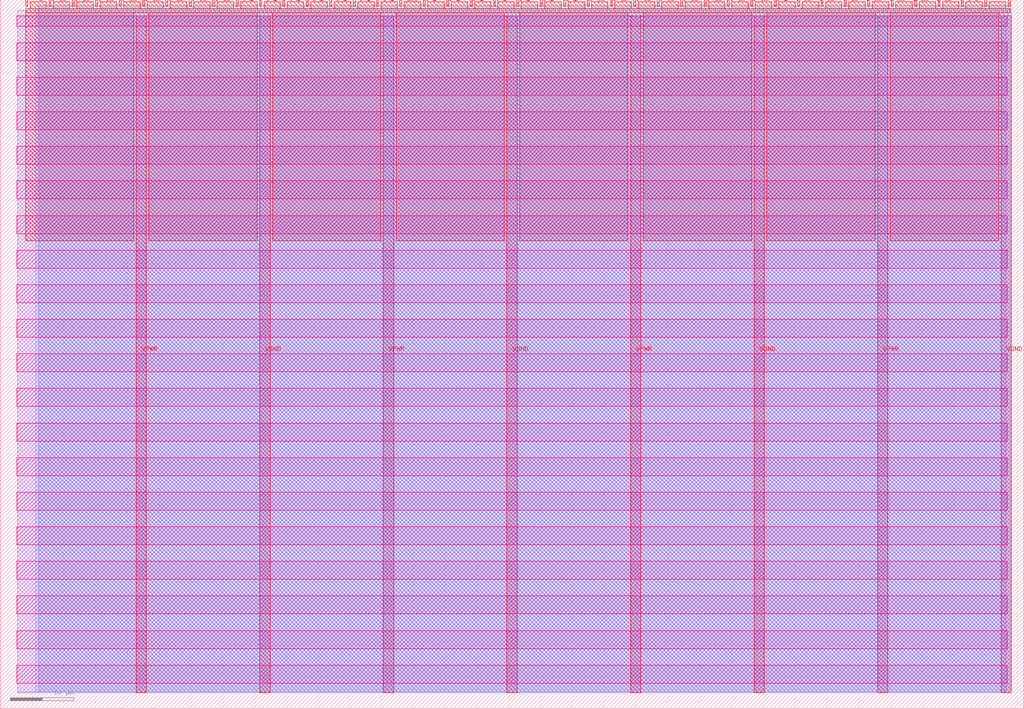
<source format=lef>
VERSION 5.7 ;
  NOWIREEXTENSIONATPIN ON ;
  DIVIDERCHAR "/" ;
  BUSBITCHARS "[]" ;
MACRO tt_um_loco_choco
  CLASS BLOCK ;
  FOREIGN tt_um_loco_choco ;
  ORIGIN 0.000 0.000 ;
  SIZE 161.000 BY 111.520 ;
  PIN VGND
    DIRECTION INOUT ;
    USE GROUND ;
    PORT
      LAYER met4 ;
        RECT 40.830 2.480 42.430 109.040 ;
    END
    PORT
      LAYER met4 ;
        RECT 79.700 2.480 81.300 109.040 ;
    END
    PORT
      LAYER met4 ;
        RECT 118.570 2.480 120.170 109.040 ;
    END
    PORT
      LAYER met4 ;
        RECT 157.440 2.480 159.040 109.040 ;
    END
  END VGND
  PIN VPWR
    DIRECTION INOUT ;
    USE POWER ;
    PORT
      LAYER met4 ;
        RECT 21.395 2.480 22.995 109.040 ;
    END
    PORT
      LAYER met4 ;
        RECT 60.265 2.480 61.865 109.040 ;
    END
    PORT
      LAYER met4 ;
        RECT 99.135 2.480 100.735 109.040 ;
    END
    PORT
      LAYER met4 ;
        RECT 138.005 2.480 139.605 109.040 ;
    END
  END VPWR
  PIN clk
    DIRECTION INPUT ;
    USE SIGNAL ;
    ANTENNAGATEAREA 0.852000 ;
    PORT
      LAYER met4 ;
        RECT 154.870 110.520 155.170 111.520 ;
    END
  END clk
  PIN ena
    DIRECTION INPUT ;
    USE SIGNAL ;
    ANTENNAGATEAREA 0.196500 ;
    PORT
      LAYER met4 ;
        RECT 158.550 110.520 158.850 111.520 ;
    END
  END ena
  PIN rst_n
    DIRECTION INPUT ;
    USE SIGNAL ;
    ANTENNAGATEAREA 0.213000 ;
    PORT
      LAYER met4 ;
        RECT 151.190 110.520 151.490 111.520 ;
    END
  END rst_n
  PIN ui_in[0]
    DIRECTION INPUT ;
    USE SIGNAL ;
    PORT
      LAYER met4 ;
        RECT 147.510 110.520 147.810 111.520 ;
    END
  END ui_in[0]
  PIN ui_in[1]
    DIRECTION INPUT ;
    USE SIGNAL ;
    PORT
      LAYER met4 ;
        RECT 143.830 110.520 144.130 111.520 ;
    END
  END ui_in[1]
  PIN ui_in[2]
    DIRECTION INPUT ;
    USE SIGNAL ;
    PORT
      LAYER met4 ;
        RECT 140.150 110.520 140.450 111.520 ;
    END
  END ui_in[2]
  PIN ui_in[3]
    DIRECTION INPUT ;
    USE SIGNAL ;
    PORT
      LAYER met4 ;
        RECT 136.470 110.520 136.770 111.520 ;
    END
  END ui_in[3]
  PIN ui_in[4]
    DIRECTION INPUT ;
    USE SIGNAL ;
    PORT
      LAYER met4 ;
        RECT 132.790 110.520 133.090 111.520 ;
    END
  END ui_in[4]
  PIN ui_in[5]
    DIRECTION INPUT ;
    USE SIGNAL ;
    PORT
      LAYER met4 ;
        RECT 129.110 110.520 129.410 111.520 ;
    END
  END ui_in[5]
  PIN ui_in[6]
    DIRECTION INPUT ;
    USE SIGNAL ;
    PORT
      LAYER met4 ;
        RECT 125.430 110.520 125.730 111.520 ;
    END
  END ui_in[6]
  PIN ui_in[7]
    DIRECTION INPUT ;
    USE SIGNAL ;
    PORT
      LAYER met4 ;
        RECT 121.750 110.520 122.050 111.520 ;
    END
  END ui_in[7]
  PIN uio_in[0]
    DIRECTION INPUT ;
    USE SIGNAL ;
    ANTENNAGATEAREA 0.196500 ;
    PORT
      LAYER met4 ;
        RECT 118.070 110.520 118.370 111.520 ;
    END
  END uio_in[0]
  PIN uio_in[1]
    DIRECTION INPUT ;
    USE SIGNAL ;
    ANTENNAGATEAREA 0.196500 ;
    PORT
      LAYER met4 ;
        RECT 114.390 110.520 114.690 111.520 ;
    END
  END uio_in[1]
  PIN uio_in[2]
    DIRECTION INPUT ;
    USE SIGNAL ;
    ANTENNAGATEAREA 0.196500 ;
    PORT
      LAYER met4 ;
        RECT 110.710 110.520 111.010 111.520 ;
    END
  END uio_in[2]
  PIN uio_in[3]
    DIRECTION INPUT ;
    USE SIGNAL ;
    ANTENNAGATEAREA 0.196500 ;
    PORT
      LAYER met4 ;
        RECT 107.030 110.520 107.330 111.520 ;
    END
  END uio_in[3]
  PIN uio_in[4]
    DIRECTION INPUT ;
    USE SIGNAL ;
    ANTENNAGATEAREA 0.196500 ;
    PORT
      LAYER met4 ;
        RECT 103.350 110.520 103.650 111.520 ;
    END
  END uio_in[4]
  PIN uio_in[5]
    DIRECTION INPUT ;
    USE SIGNAL ;
    ANTENNAGATEAREA 0.196500 ;
    PORT
      LAYER met4 ;
        RECT 99.670 110.520 99.970 111.520 ;
    END
  END uio_in[5]
  PIN uio_in[6]
    DIRECTION INPUT ;
    USE SIGNAL ;
    ANTENNAGATEAREA 0.196500 ;
    PORT
      LAYER met4 ;
        RECT 95.990 110.520 96.290 111.520 ;
    END
  END uio_in[6]
  PIN uio_in[7]
    DIRECTION INPUT ;
    USE SIGNAL ;
    ANTENNAGATEAREA 0.196500 ;
    PORT
      LAYER met4 ;
        RECT 92.310 110.520 92.610 111.520 ;
    END
  END uio_in[7]
  PIN uio_oe[0]
    DIRECTION OUTPUT TRISTATE ;
    USE SIGNAL ;
    ANTENNADIFFAREA 0.445500 ;
    PORT
      LAYER met4 ;
        RECT 29.750 110.520 30.050 111.520 ;
    END
  END uio_oe[0]
  PIN uio_oe[1]
    DIRECTION OUTPUT TRISTATE ;
    USE SIGNAL ;
    ANTENNADIFFAREA 0.795200 ;
    PORT
      LAYER met4 ;
        RECT 26.070 110.520 26.370 111.520 ;
    END
  END uio_oe[1]
  PIN uio_oe[2]
    DIRECTION OUTPUT TRISTATE ;
    USE SIGNAL ;
    ANTENNADIFFAREA 0.445500 ;
    PORT
      LAYER met4 ;
        RECT 22.390 110.520 22.690 111.520 ;
    END
  END uio_oe[2]
  PIN uio_oe[3]
    DIRECTION OUTPUT TRISTATE ;
    USE SIGNAL ;
    ANTENNADIFFAREA 0.795200 ;
    PORT
      LAYER met4 ;
        RECT 18.710 110.520 19.010 111.520 ;
    END
  END uio_oe[3]
  PIN uio_oe[4]
    DIRECTION OUTPUT TRISTATE ;
    USE SIGNAL ;
    ANTENNADIFFAREA 0.795200 ;
    PORT
      LAYER met4 ;
        RECT 15.030 110.520 15.330 111.520 ;
    END
  END uio_oe[4]
  PIN uio_oe[5]
    DIRECTION OUTPUT TRISTATE ;
    USE SIGNAL ;
    ANTENNADIFFAREA 0.445500 ;
    PORT
      LAYER met4 ;
        RECT 11.350 110.520 11.650 111.520 ;
    END
  END uio_oe[5]
  PIN uio_oe[6]
    DIRECTION OUTPUT TRISTATE ;
    USE SIGNAL ;
    ANTENNADIFFAREA 0.795200 ;
    PORT
      LAYER met4 ;
        RECT 7.670 110.520 7.970 111.520 ;
    END
  END uio_oe[6]
  PIN uio_oe[7]
    DIRECTION OUTPUT TRISTATE ;
    USE SIGNAL ;
    ANTENNADIFFAREA 0.795200 ;
    PORT
      LAYER met4 ;
        RECT 3.990 110.520 4.290 111.520 ;
    END
  END uio_oe[7]
  PIN uio_out[0]
    DIRECTION OUTPUT TRISTATE ;
    USE SIGNAL ;
    ANTENNADIFFAREA 0.891000 ;
    PORT
      LAYER met4 ;
        RECT 59.190 110.520 59.490 111.520 ;
    END
  END uio_out[0]
  PIN uio_out[1]
    DIRECTION OUTPUT TRISTATE ;
    USE SIGNAL ;
    ANTENNADIFFAREA 0.891000 ;
    PORT
      LAYER met4 ;
        RECT 55.510 110.520 55.810 111.520 ;
    END
  END uio_out[1]
  PIN uio_out[2]
    DIRECTION OUTPUT TRISTATE ;
    USE SIGNAL ;
    ANTENNADIFFAREA 0.891000 ;
    PORT
      LAYER met4 ;
        RECT 51.830 110.520 52.130 111.520 ;
    END
  END uio_out[2]
  PIN uio_out[3]
    DIRECTION OUTPUT TRISTATE ;
    USE SIGNAL ;
    ANTENNADIFFAREA 0.891000 ;
    PORT
      LAYER met4 ;
        RECT 48.150 110.520 48.450 111.520 ;
    END
  END uio_out[3]
  PIN uio_out[4]
    DIRECTION OUTPUT TRISTATE ;
    USE SIGNAL ;
    ANTENNADIFFAREA 0.891000 ;
    PORT
      LAYER met4 ;
        RECT 44.470 110.520 44.770 111.520 ;
    END
  END uio_out[4]
  PIN uio_out[5]
    DIRECTION OUTPUT TRISTATE ;
    USE SIGNAL ;
    ANTENNADIFFAREA 0.891000 ;
    PORT
      LAYER met4 ;
        RECT 40.790 110.520 41.090 111.520 ;
    END
  END uio_out[5]
  PIN uio_out[6]
    DIRECTION OUTPUT TRISTATE ;
    USE SIGNAL ;
    ANTENNADIFFAREA 0.891000 ;
    PORT
      LAYER met4 ;
        RECT 37.110 110.520 37.410 111.520 ;
    END
  END uio_out[6]
  PIN uio_out[7]
    DIRECTION OUTPUT TRISTATE ;
    USE SIGNAL ;
    ANTENNADIFFAREA 0.891000 ;
    PORT
      LAYER met4 ;
        RECT 33.430 110.520 33.730 111.520 ;
    END
  END uio_out[7]
  PIN uo_out[0]
    DIRECTION OUTPUT TRISTATE ;
    USE SIGNAL ;
    ANTENNADIFFAREA 0.445500 ;
    PORT
      LAYER met4 ;
        RECT 88.630 110.520 88.930 111.520 ;
    END
  END uo_out[0]
  PIN uo_out[1]
    DIRECTION OUTPUT TRISTATE ;
    USE SIGNAL ;
    ANTENNADIFFAREA 0.445500 ;
    PORT
      LAYER met4 ;
        RECT 84.950 110.520 85.250 111.520 ;
    END
  END uo_out[1]
  PIN uo_out[2]
    DIRECTION OUTPUT TRISTATE ;
    USE SIGNAL ;
    ANTENNADIFFAREA 0.445500 ;
    PORT
      LAYER met4 ;
        RECT 81.270 110.520 81.570 111.520 ;
    END
  END uo_out[2]
  PIN uo_out[3]
    DIRECTION OUTPUT TRISTATE ;
    USE SIGNAL ;
    ANTENNADIFFAREA 0.795200 ;
    PORT
      LAYER met4 ;
        RECT 77.590 110.520 77.890 111.520 ;
    END
  END uo_out[3]
  PIN uo_out[4]
    DIRECTION OUTPUT TRISTATE ;
    USE SIGNAL ;
    ANTENNADIFFAREA 0.795200 ;
    PORT
      LAYER met4 ;
        RECT 73.910 110.520 74.210 111.520 ;
    END
  END uo_out[4]
  PIN uo_out[5]
    DIRECTION OUTPUT TRISTATE ;
    USE SIGNAL ;
    ANTENNADIFFAREA 0.795200 ;
    PORT
      LAYER met4 ;
        RECT 70.230 110.520 70.530 111.520 ;
    END
  END uo_out[5]
  PIN uo_out[6]
    DIRECTION OUTPUT TRISTATE ;
    USE SIGNAL ;
    ANTENNADIFFAREA 0.795200 ;
    PORT
      LAYER met4 ;
        RECT 66.550 110.520 66.850 111.520 ;
    END
  END uo_out[6]
  PIN uo_out[7]
    DIRECTION OUTPUT TRISTATE ;
    USE SIGNAL ;
    ANTENNADIFFAREA 0.795200 ;
    PORT
      LAYER met4 ;
        RECT 62.870 110.520 63.170 111.520 ;
    END
  END uo_out[7]
  OBS
      LAYER nwell ;
        RECT 2.570 107.385 158.430 108.990 ;
        RECT 2.570 101.945 158.430 104.775 ;
        RECT 2.570 96.505 158.430 99.335 ;
        RECT 2.570 91.065 158.430 93.895 ;
        RECT 2.570 85.625 158.430 88.455 ;
        RECT 2.570 80.185 158.430 83.015 ;
        RECT 2.570 74.745 158.430 77.575 ;
        RECT 2.570 69.305 158.430 72.135 ;
        RECT 2.570 63.865 158.430 66.695 ;
        RECT 2.570 58.425 158.430 61.255 ;
        RECT 2.570 52.985 158.430 55.815 ;
        RECT 2.570 47.545 158.430 50.375 ;
        RECT 2.570 42.105 158.430 44.935 ;
        RECT 2.570 36.665 158.430 39.495 ;
        RECT 2.570 31.225 158.430 34.055 ;
        RECT 2.570 25.785 158.430 28.615 ;
        RECT 2.570 20.345 158.430 23.175 ;
        RECT 2.570 14.905 158.430 17.735 ;
        RECT 2.570 9.465 158.430 12.295 ;
        RECT 2.570 4.025 158.430 6.855 ;
      LAYER li1 ;
        RECT 2.760 2.635 158.240 108.885 ;
      LAYER met1 ;
        RECT 2.760 2.480 159.040 109.780 ;
      LAYER met2 ;
        RECT 6.070 2.535 159.010 110.685 ;
      LAYER met3 ;
        RECT 5.590 2.555 159.030 110.665 ;
      LAYER met4 ;
        RECT 4.690 110.120 7.270 111.170 ;
        RECT 8.370 110.120 10.950 111.170 ;
        RECT 12.050 110.120 14.630 111.170 ;
        RECT 15.730 110.120 18.310 111.170 ;
        RECT 19.410 110.120 21.990 111.170 ;
        RECT 23.090 110.120 25.670 111.170 ;
        RECT 26.770 110.120 29.350 111.170 ;
        RECT 30.450 110.120 33.030 111.170 ;
        RECT 34.130 110.120 36.710 111.170 ;
        RECT 37.810 110.120 40.390 111.170 ;
        RECT 41.490 110.120 44.070 111.170 ;
        RECT 45.170 110.120 47.750 111.170 ;
        RECT 48.850 110.120 51.430 111.170 ;
        RECT 52.530 110.120 55.110 111.170 ;
        RECT 56.210 110.120 58.790 111.170 ;
        RECT 59.890 110.120 62.470 111.170 ;
        RECT 63.570 110.120 66.150 111.170 ;
        RECT 67.250 110.120 69.830 111.170 ;
        RECT 70.930 110.120 73.510 111.170 ;
        RECT 74.610 110.120 77.190 111.170 ;
        RECT 78.290 110.120 80.870 111.170 ;
        RECT 81.970 110.120 84.550 111.170 ;
        RECT 85.650 110.120 88.230 111.170 ;
        RECT 89.330 110.120 91.910 111.170 ;
        RECT 93.010 110.120 95.590 111.170 ;
        RECT 96.690 110.120 99.270 111.170 ;
        RECT 100.370 110.120 102.950 111.170 ;
        RECT 104.050 110.120 106.630 111.170 ;
        RECT 107.730 110.120 110.310 111.170 ;
        RECT 111.410 110.120 113.990 111.170 ;
        RECT 115.090 110.120 117.670 111.170 ;
        RECT 118.770 110.120 121.350 111.170 ;
        RECT 122.450 110.120 125.030 111.170 ;
        RECT 126.130 110.120 128.710 111.170 ;
        RECT 129.810 110.120 132.390 111.170 ;
        RECT 133.490 110.120 136.070 111.170 ;
        RECT 137.170 110.120 139.750 111.170 ;
        RECT 140.850 110.120 143.430 111.170 ;
        RECT 144.530 110.120 147.110 111.170 ;
        RECT 148.210 110.120 150.790 111.170 ;
        RECT 151.890 110.120 154.470 111.170 ;
        RECT 155.570 110.120 158.150 111.170 ;
        RECT 3.990 109.440 158.865 110.120 ;
        RECT 3.990 73.615 20.995 109.440 ;
        RECT 23.395 73.615 40.430 109.440 ;
        RECT 42.830 73.615 59.865 109.440 ;
        RECT 62.265 73.615 79.300 109.440 ;
        RECT 81.700 73.615 98.735 109.440 ;
        RECT 101.135 73.615 118.170 109.440 ;
        RECT 120.570 73.615 137.605 109.440 ;
        RECT 140.005 73.615 157.040 109.440 ;
  END
END tt_um_loco_choco
END LIBRARY


</source>
